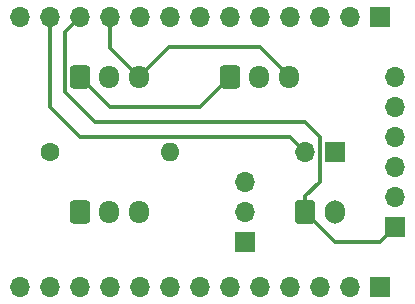
<source format=gbr>
G04 #@! TF.GenerationSoftware,KiCad,Pcbnew,9.0.0*
G04 #@! TF.CreationDate,2025-04-11T23:40:49+02:00*
G04 #@! TF.ProjectId,1-Wire HAT for WT32-ETH01,312d5769-7265-4204-9841-5420666f7220,rev?*
G04 #@! TF.SameCoordinates,Original*
G04 #@! TF.FileFunction,Copper,L1,Top*
G04 #@! TF.FilePolarity,Positive*
%FSLAX46Y46*%
G04 Gerber Fmt 4.6, Leading zero omitted, Abs format (unit mm)*
G04 Created by KiCad (PCBNEW 9.0.0) date 2025-04-11 23:40:49*
%MOMM*%
%LPD*%
G01*
G04 APERTURE LIST*
G04 Aperture macros list*
%AMRoundRect*
0 Rectangle with rounded corners*
0 $1 Rounding radius*
0 $2 $3 $4 $5 $6 $7 $8 $9 X,Y pos of 4 corners*
0 Add a 4 corners polygon primitive as box body*
4,1,4,$2,$3,$4,$5,$6,$7,$8,$9,$2,$3,0*
0 Add four circle primitives for the rounded corners*
1,1,$1+$1,$2,$3*
1,1,$1+$1,$4,$5*
1,1,$1+$1,$6,$7*
1,1,$1+$1,$8,$9*
0 Add four rect primitives between the rounded corners*
20,1,$1+$1,$2,$3,$4,$5,0*
20,1,$1+$1,$4,$5,$6,$7,0*
20,1,$1+$1,$6,$7,$8,$9,0*
20,1,$1+$1,$8,$9,$2,$3,0*%
G04 Aperture macros list end*
G04 #@! TA.AperFunction,ComponentPad*
%ADD10C,1.600000*%
G04 #@! TD*
G04 #@! TA.AperFunction,ComponentPad*
%ADD11O,1.600000X1.600000*%
G04 #@! TD*
G04 #@! TA.AperFunction,ComponentPad*
%ADD12RoundRect,0.250000X-0.600000X-0.750000X0.600000X-0.750000X0.600000X0.750000X-0.600000X0.750000X0*%
G04 #@! TD*
G04 #@! TA.AperFunction,ComponentPad*
%ADD13O,1.700000X2.000000*%
G04 #@! TD*
G04 #@! TA.AperFunction,ComponentPad*
%ADD14RoundRect,0.250000X-0.600000X-0.725000X0.600000X-0.725000X0.600000X0.725000X-0.600000X0.725000X0*%
G04 #@! TD*
G04 #@! TA.AperFunction,ComponentPad*
%ADD15O,1.700000X1.950000*%
G04 #@! TD*
G04 #@! TA.AperFunction,ComponentPad*
%ADD16R,1.700000X1.700000*%
G04 #@! TD*
G04 #@! TA.AperFunction,ComponentPad*
%ADD17O,1.700000X1.700000*%
G04 #@! TD*
G04 #@! TA.AperFunction,Conductor*
%ADD18C,0.300000*%
G04 #@! TD*
G04 #@! TA.AperFunction,Conductor*
%ADD19C,0.200000*%
G04 #@! TD*
G04 APERTURE END LIST*
D10*
X103910000Y-112700000D03*
D11*
X114070000Y-112700000D03*
D12*
X125540000Y-117780000D03*
D13*
X128040000Y-117780000D03*
D14*
X119150000Y-106350000D03*
D15*
X121650000Y-106350000D03*
X124150000Y-106350000D03*
D14*
X106450000Y-106350000D03*
D15*
X108950000Y-106350000D03*
X111450000Y-106350000D03*
D16*
X133120000Y-119050000D03*
D17*
X133120000Y-116510000D03*
X133120000Y-113970000D03*
X133120000Y-111430000D03*
X133120000Y-108890000D03*
X133120000Y-106350000D03*
D14*
X106450000Y-117780000D03*
D15*
X108950000Y-117780000D03*
X111450000Y-117780000D03*
D16*
X128045000Y-112700000D03*
D17*
X125505000Y-112700000D03*
D16*
X120420000Y-120320000D03*
D17*
X120420000Y-117780000D03*
X120420000Y-115240000D03*
D16*
X131850000Y-124130000D03*
D17*
X129310000Y-124130000D03*
X126770000Y-124130000D03*
X124230000Y-124130000D03*
X121690000Y-124130000D03*
X119150000Y-124130000D03*
X116610000Y-124130000D03*
X114070000Y-124130000D03*
X111530000Y-124130000D03*
X108990000Y-124130000D03*
X106450000Y-124130000D03*
X103910000Y-124130000D03*
X101370000Y-124130000D03*
D16*
X131850000Y-101270000D03*
D17*
X129310000Y-101270000D03*
X126770000Y-101270000D03*
X124230000Y-101270000D03*
X121690000Y-101270000D03*
X119150000Y-101270000D03*
X116610000Y-101270000D03*
X114070000Y-101270000D03*
X111530000Y-101270000D03*
X108990000Y-101270000D03*
X106450000Y-101270000D03*
X103910000Y-101270000D03*
X101370000Y-101270000D03*
D18*
X124235000Y-111430000D02*
X106447500Y-111430000D01*
X126770000Y-111430000D02*
X125500000Y-110160000D01*
D19*
X113990000Y-103810000D02*
X114070000Y-103810000D01*
D18*
X125505000Y-112700000D02*
X124235000Y-111430000D01*
X131850000Y-120320000D02*
X133120000Y-119050000D01*
X126770000Y-115240000D02*
X126770000Y-111430000D01*
X119150000Y-106350000D02*
X116610000Y-108890000D01*
X105180000Y-102540000D02*
X106450000Y-101270000D01*
X105180000Y-107620000D02*
X105180000Y-102540000D01*
X111450000Y-106350000D02*
X113990000Y-103810000D01*
D19*
X106447500Y-111430000D02*
X106447500Y-111427500D01*
D18*
X105180000Y-107620000D02*
X107720000Y-110160000D01*
X108990000Y-101270000D02*
X108990000Y-103890000D01*
X111450000Y-106350000D02*
X108990000Y-103890000D01*
X106450000Y-106350000D02*
X108990000Y-108890000D01*
X106447500Y-111427500D02*
X103910000Y-108890000D01*
D19*
X111530000Y-117700000D02*
X111450000Y-117780000D01*
D18*
X128040000Y-120320000D02*
X131850000Y-120320000D01*
X103910000Y-108890000D02*
X103910000Y-101270000D01*
X114070000Y-103810000D02*
X121690000Y-103810000D01*
X124150000Y-106270000D02*
X121690000Y-103810000D01*
D19*
X108990000Y-117740000D02*
X108950000Y-117780000D01*
D18*
X124150000Y-106350000D02*
X124150000Y-106270000D01*
X116610000Y-108890000D02*
X108990000Y-108890000D01*
X125540000Y-117820000D02*
X128040000Y-120320000D01*
X107720000Y-110160000D02*
X125500000Y-110160000D01*
X125540000Y-117780000D02*
X125540000Y-116470000D01*
X125540000Y-116470000D02*
X126770000Y-115240000D01*
M02*

</source>
